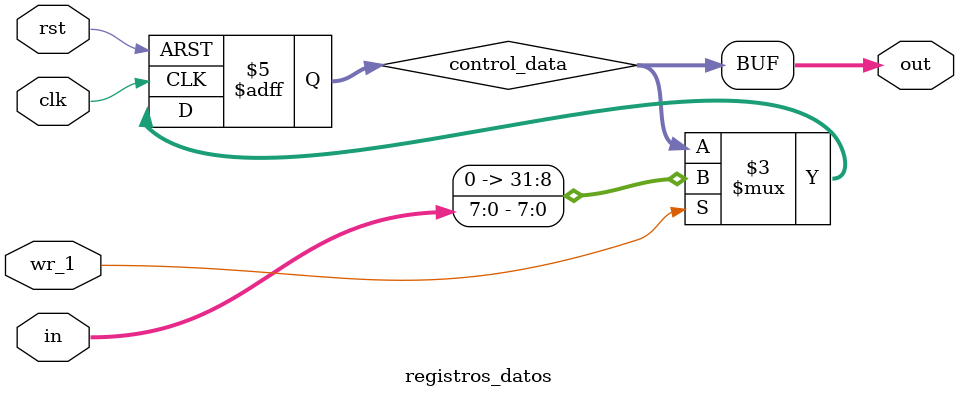
<source format=sv>
`timescale 1ns / 1ps

module registros_datos (
    input   logic           clk,              
    input   logic           rst,
            
    input   logic           wr_1, 
    input   logic   [7:0]   in,
    
    output  logic   [31:0]  out             
);

    logic [31:0] control_data;             

    always_ff @(posedge clk or posedge rst) begin
        if (rst) begin
            control_data <= 32'h0;  
        end else begin
            if (wr_1) begin   
                control_data <= {23'd0, in};  
            end else control_data <= control_data; 
        end
    end

    assign out = control_data;
endmodule

</source>
